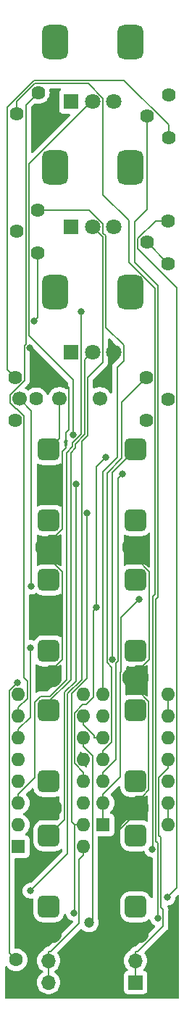
<source format=gbr>
%TF.GenerationSoftware,KiCad,Pcbnew,7.0.2*%
%TF.CreationDate,2023-06-26T14:18:18-04:00*%
%TF.ProjectId,as3340_no_mux,61733333-3430-45f6-9e6f-5f6d75782e6b,rev?*%
%TF.SameCoordinates,Original*%
%TF.FileFunction,Copper,L1,Top*%
%TF.FilePolarity,Positive*%
%FSLAX46Y46*%
G04 Gerber Fmt 4.6, Leading zero omitted, Abs format (unit mm)*
G04 Created by KiCad (PCBNEW 7.0.2) date 2023-06-26 14:18:18*
%MOMM*%
%LPD*%
G01*
G04 APERTURE LIST*
G04 Aperture macros list*
%AMRoundRect*
0 Rectangle with rounded corners*
0 $1 Rounding radius*
0 $2 $3 $4 $5 $6 $7 $8 $9 X,Y pos of 4 corners*
0 Add a 4 corners polygon primitive as box body*
4,1,4,$2,$3,$4,$5,$6,$7,$8,$9,$2,$3,0*
0 Add four circle primitives for the rounded corners*
1,1,$1+$1,$2,$3*
1,1,$1+$1,$4,$5*
1,1,$1+$1,$6,$7*
1,1,$1+$1,$8,$9*
0 Add four rect primitives between the rounded corners*
20,1,$1+$1,$2,$3,$4,$5,0*
20,1,$1+$1,$4,$5,$6,$7,0*
20,1,$1+$1,$6,$7,$8,$9,0*
20,1,$1+$1,$8,$9,$2,$3,0*%
G04 Aperture macros list end*
%TA.AperFunction,ComponentPad*%
%ADD10O,3.100000X2.300000*%
%TD*%
%TA.AperFunction,ComponentPad*%
%ADD11RoundRect,0.650000X-0.650000X-0.650000X0.650000X-0.650000X0.650000X0.650000X-0.650000X0.650000X0*%
%TD*%
%TA.AperFunction,ComponentPad*%
%ADD12C,1.600000*%
%TD*%
%TA.AperFunction,ComponentPad*%
%ADD13R,1.800000X1.800000*%
%TD*%
%TA.AperFunction,ComponentPad*%
%ADD14C,1.800000*%
%TD*%
%TA.AperFunction,ComponentPad*%
%ADD15RoundRect,0.750000X0.750000X-1.250000X0.750000X1.250000X-0.750000X1.250000X-0.750000X-1.250000X0*%
%TD*%
%TA.AperFunction,ComponentPad*%
%ADD16C,1.700000*%
%TD*%
%TA.AperFunction,ComponentPad*%
%ADD17C,1.620000*%
%TD*%
%TA.AperFunction,ComponentPad*%
%ADD18R,1.600000X1.600000*%
%TD*%
%TA.AperFunction,ComponentPad*%
%ADD19O,1.600000X1.600000*%
%TD*%
%TA.AperFunction,ComponentPad*%
%ADD20R,1.700000X1.700000*%
%TD*%
%TA.AperFunction,ComponentPad*%
%ADD21O,1.700000X1.700000*%
%TD*%
%TA.AperFunction,ComponentPad*%
%ADD22C,1.200000*%
%TD*%
%TA.AperFunction,ViaPad*%
%ADD23C,0.800000*%
%TD*%
%TA.AperFunction,Conductor*%
%ADD24C,0.200000*%
%TD*%
G04 APERTURE END LIST*
D10*
%TO.P,J15,S*%
%TO.N,GND*%
X193040000Y-126290000D03*
D11*
%TO.P,J15,T*%
%TO.N,Net-(J15-PadR)*%
X193040000Y-114890000D03*
%TO.P,J15,TN*%
%TO.N,N/C*%
X193040000Y-123190000D03*
%TD*%
D10*
%TO.P,J1,S*%
%TO.N,GND*%
X182880000Y-95810000D03*
D11*
%TO.P,J1,T*%
%TO.N,Net-(SW1-B)*%
X182880000Y-84410000D03*
%TO.P,J1,TN*%
%TO.N,N/C*%
X182880000Y-92710000D03*
%TD*%
D10*
%TO.P,J5,S*%
%TO.N,GND*%
X182880000Y-126290000D03*
D11*
%TO.P,J5,T*%
%TO.N,Net-(J5-PadR)*%
X182880000Y-114890000D03*
%TO.P,J5,TN*%
%TO.N,N/C*%
X182880000Y-123190000D03*
%TD*%
D12*
%TO.P,D1,1,K*%
%TO.N,GND*%
X179070000Y-146538000D03*
%TO.P,D1,2,A*%
%TO.N,Net-(D1-A)*%
X179070000Y-144038000D03*
%TD*%
D10*
%TO.P,J2,S*%
%TO.N,GND*%
X182880000Y-140940000D03*
D11*
%TO.P,J2,T*%
%TO.N,Net-(J2-PadR)*%
X182880000Y-129540000D03*
%TO.P,J2,TN*%
%TO.N,N/C*%
X182880000Y-137840000D03*
%TD*%
D10*
%TO.P,J12,S*%
%TO.N,GND*%
X193040000Y-95810000D03*
D11*
%TO.P,J12,T*%
%TO.N,Net-(J12-PadR)*%
X193040000Y-84410000D03*
%TO.P,J12,TN*%
%TO.N,N/C*%
X193040000Y-92710000D03*
%TD*%
D13*
%TO.P,THONKY_FINE_CV1,1,1*%
%TO.N,Net-(R16-Pad1)*%
X185500000Y-58420000D03*
D14*
%TO.P,THONKY_FINE_CV1,2,2*%
%TO.N,Net-(R19-Pad1)*%
X188000000Y-58420000D03*
%TO.P,THONKY_FINE_CV1,3,3*%
%TO.N,Net-(R6-Pad2)*%
X190500000Y-58420000D03*
D15*
%TO.P,THONKY_FINE_CV1,MP*%
%TO.N,N/C*%
X183600000Y-51420000D03*
X192400000Y-51420000D03*
%TD*%
D16*
%TO.P,SW1,1,A*%
%TO.N,Net-(SW1-A)*%
X179450000Y-78486000D03*
%TO.P,SW1,2,B*%
%TO.N,Net-(SW1-B)*%
X184150000Y-78486000D03*
%TO.P,SW1,3,C*%
%TO.N,Net-(SW1-C)*%
X188850000Y-78486000D03*
%TD*%
D10*
%TO.P,J13,S*%
%TO.N,GND*%
X193040000Y-111050000D03*
D11*
%TO.P,J13,T*%
%TO.N,Net-(J13-PadR)*%
X193040000Y-99650000D03*
%TO.P,J13,TN*%
%TO.N,N/C*%
X193040000Y-107950000D03*
%TD*%
D10*
%TO.P,J4,S*%
%TO.N,GND*%
X182880000Y-111050000D03*
D11*
%TO.P,J4,T*%
%TO.N,Net-(C1-Pad2)*%
X182880000Y-99650000D03*
%TO.P,J4,TN*%
%TO.N,N/C*%
X182880000Y-107950000D03*
%TD*%
D13*
%TO.P,THONKY_COURSE_CV1,1,1*%
%TO.N,Net-(R8-Pad1)*%
X185500000Y-43775000D03*
D14*
%TO.P,THONKY_COURSE_CV1,2,2*%
%TO.N,Net-(R20-Pad1)*%
X188000000Y-43775000D03*
%TO.P,THONKY_COURSE_CV1,3,3*%
%TO.N,Net-(R2-Pad2)*%
X190500000Y-43775000D03*
D15*
%TO.P,THONKY_COURSE_CV1,MP*%
%TO.N,N/C*%
X183600000Y-36775000D03*
X192400000Y-36775000D03*
%TD*%
D13*
%TO.P,THONKY_PWM1,1,1*%
%TO.N,Net-(R5-Pad1)*%
X185505000Y-73040000D03*
D14*
%TO.P,THONKY_PWM1,2,2*%
%TO.N,Net-(J5-PadR)*%
X188005000Y-73040000D03*
%TO.P,THONKY_PWM1,3,3*%
%TO.N,GND*%
X190505000Y-73040000D03*
D15*
%TO.P,THONKY_PWM1,MP*%
%TO.N,N/C*%
X183605000Y-66040000D03*
X192405000Y-66040000D03*
%TD*%
D10*
%TO.P,J14,S*%
%TO.N,GND*%
X193040000Y-140940000D03*
D11*
%TO.P,J14,T*%
%TO.N,Net-(J14-PadR)*%
X193040000Y-129540000D03*
%TO.P,J14,TN*%
%TO.N,N/C*%
X193040000Y-137840000D03*
%TD*%
D17*
%TO.P,NOT_THOONKY_SineBiasTrim1,1,1*%
%TO.N,-15V*%
X178943000Y-80986000D03*
%TO.P,NOT_THOONKY_SineBiasTrim1,2,2*%
%TO.N,Net-(NOT_THOONKY_SineBiasTrim1-Pad2)*%
X181443000Y-78486000D03*
%TO.P,NOT_THOONKY_SineBiasTrim1,3,3*%
%TO.N,+15V*%
X178943000Y-75986000D03*
%TD*%
%TO.P,NOT_THONKY_HF_TRACK1,1,1*%
%TO.N,Net-(U2-VHFT)*%
X181665000Y-42712000D03*
%TO.P,NOT_THONKY_HF_TRACK1,2,2*%
%TO.N,Net-(NOT_THONKY_HF_TRACK1-Pad2)*%
X179165000Y-45212000D03*
%TO.P,NOT_THONKY_HF_TRACK1,3,3*%
%TO.N,GND*%
X181665000Y-47712000D03*
%TD*%
D18*
%TO.P,U4,1*%
%TO.N,Net-(U4A--)*%
X189230000Y-128270000D03*
D19*
%TO.P,U4,2,-*%
X189230000Y-125730000D03*
%TO.P,U4,3,+*%
%TO.N,Net-(U4A-+)*%
X189230000Y-123190000D03*
%TO.P,U4,4,V+*%
%TO.N,+15V*%
X189230000Y-120650000D03*
%TO.P,U4,5,+*%
%TO.N,Net-(U2-VTO)*%
X189230000Y-118110000D03*
%TO.P,U4,6,-*%
%TO.N,Net-(U4B--)*%
X189230000Y-115570000D03*
%TO.P,U4,7*%
%TO.N,Net-(NOT_THONKY_SineShapeTrim1-Pad1)*%
X189230000Y-113030000D03*
%TO.P,U4,8*%
%TO.N,Net-(U4C--)*%
X196850000Y-113030000D03*
%TO.P,U4,9,-*%
X196850000Y-115570000D03*
%TO.P,U4,10,+*%
%TO.N,Net-(D1-A)*%
X196850000Y-118110000D03*
%TO.P,U4,11,V-*%
%TO.N,-15V*%
X196850000Y-120650000D03*
%TO.P,U4,12,+*%
%TO.N,Net-(U2-VSO)*%
X196850000Y-123190000D03*
%TO.P,U4,13,-*%
%TO.N,Net-(U4D--)*%
X196850000Y-125730000D03*
%TO.P,U4,14*%
X196850000Y-128270000D03*
%TD*%
D17*
%TO.P,NOT_THINK_SineLevelTrim1,1,1*%
%TO.N,Net-(NOT_THINK_SineLevelTrim1-Pad1)*%
X194310000Y-81026000D03*
%TO.P,NOT_THINK_SineLevelTrim1,2,2*%
X196810000Y-78526000D03*
%TO.P,NOT_THINK_SineLevelTrim1,3,3*%
%TO.N,+15V*%
X194310000Y-76026000D03*
%TD*%
%TO.P,NOT_THONKY_SineShapeTrim1,1,1*%
%TO.N,Net-(NOT_THONKY_SineShapeTrim1-Pad1)*%
X181610000Y-56428000D03*
%TO.P,NOT_THONKY_SineShapeTrim1,2,2*%
%TO.N,Net-(NOT_THONKY_SineShapeTrim1-Pad2)*%
X179110000Y-58928000D03*
%TO.P,NOT_THONKY_SineShapeTrim1,3,3*%
X181610000Y-61428000D03*
%TD*%
D20*
%TO.P,J11,1,Pin_1*%
%TO.N,-15V*%
X193035000Y-146685000D03*
D21*
%TO.P,J11,2,Pin_2*%
X193035000Y-144145000D03*
%TO.P,J11,3,Pin_3*%
%TO.N,GND*%
X190495000Y-146685000D03*
%TO.P,J11,4,Pin_4*%
X190495000Y-144145000D03*
%TO.P,J11,5,Pin_5*%
X187955000Y-146685000D03*
%TO.P,J11,6,Pin_6*%
X187955000Y-144145000D03*
%TO.P,J11,7,Pin_7*%
X185415000Y-146685000D03*
%TO.P,J11,8,Pin_8*%
X185415000Y-144145000D03*
%TO.P,J11,9,Pin_9*%
%TO.N,+15V*%
X182875000Y-146685000D03*
%TO.P,J11,10,Pin_10*%
X182875000Y-144145000D03*
%TD*%
D18*
%TO.P,U2,1,SCALE1*%
%TO.N,Net-(U2-SCALE1)*%
X179324000Y-130810000D03*
D19*
%TO.P,U2,2,SCALE2*%
%TO.N,Net-(U2-SCALE2)*%
X179324000Y-128270000D03*
%TO.P,U2,3,VEE*%
%TO.N,Net-(U2-VEE)*%
X179324000Y-125730000D03*
%TO.P,U2,4,VP*%
%TO.N,Net-(U2-VP)*%
X179324000Y-123190000D03*
%TO.P,U2,5,VPWM*%
%TO.N,Net-(U2-VPWM)*%
X179324000Y-120650000D03*
%TO.P,U2,6,VHSI*%
%TO.N,Net-(U2-VHSI)*%
X179324000Y-118110000D03*
%TO.P,U2,7,VHFT*%
%TO.N,Net-(U2-VHFT)*%
X179324000Y-115570000D03*
%TO.P,U2,8,VSO*%
%TO.N,Net-(U2-VSO)*%
X179324000Y-113030000D03*
%TO.P,U2,9,VSSI*%
%TO.N,Net-(U2-VSSI)*%
X186944000Y-113030000D03*
%TO.P,U2,10,VTO*%
%TO.N,Net-(U2-VTO)*%
X186944000Y-115570000D03*
%TO.P,U2,11,CAP*%
%TO.N,Net-(U2-CAP)*%
X186944000Y-118110000D03*
%TO.P,U2,12,GND*%
%TO.N,GND*%
X186944000Y-120650000D03*
%TO.P,U2,13,VLFI*%
%TO.N,Net-(U2-VLFI)*%
X186944000Y-123190000D03*
%TO.P,U2,14,VS*%
%TO.N,Net-(U2-VS)*%
X186944000Y-125730000D03*
%TO.P,U2,15,VFCI*%
%TO.N,Net-(U2-VFCI)*%
X186944000Y-128270000D03*
%TO.P,U2,16,VCC*%
%TO.N,+15V*%
X186944000Y-130810000D03*
%TD*%
D17*
%TO.P,NOT+THINKY_CV1,1,1*%
%TO.N,Net-(NOT+THINKY_CV1-Pad1)*%
X196905000Y-42966000D03*
%TO.P,NOT+THINKY_CV1,2,2*%
X194405000Y-45466000D03*
%TO.P,NOT+THINKY_CV1,3,3*%
%TO.N,+15V*%
X196905000Y-47966000D03*
%TD*%
%TO.P,NOT_THINKY_TEMKO1,1,1*%
%TO.N,Net-(NOT_THINKY_TEMKO1-Pad1)*%
X196850000Y-57698000D03*
%TO.P,NOT_THINKY_TEMKO1,2,2*%
%TO.N,Net-(U2-VEE)*%
X194350000Y-60198000D03*
%TO.P,NOT_THINKY_TEMKO1,3,3*%
X196850000Y-62698000D03*
%TD*%
D22*
%TO.P,PolyStirene!C11,1*%
%TO.N,GND*%
X189611000Y-139700000D03*
%TO.P,PolyStirene!C11,2*%
%TO.N,Net-(U2-CAP)*%
X187611000Y-139700000D03*
%TD*%
D23*
%TO.N,Net-(R20-Pad1)*%
X185727800Y-82709100D03*
%TO.N,Net-(R19-Pad1)*%
X180743400Y-135976800D03*
%TO.N,Net-(NOT_THONKY_SineShapeTrim1-Pad2)*%
X181199200Y-69392400D03*
%TO.N,Net-(NOT_THONKY_HF_TRACK1-Pad2)*%
X194969900Y-131148000D03*
%TO.N,Net-(U4A--)*%
X193435300Y-101948700D03*
%TO.N,Net-(NOT_THINKY_TEMKO1-Pad1)*%
X196786600Y-136756700D03*
%TO.N,Net-(NOT+THINKY_CV1-Pad1)*%
X195619300Y-139161600D03*
%TO.N,Net-(U2-VEE)*%
X186696900Y-68343900D03*
%TO.N,Net-(SW1-A)*%
X180866600Y-100424800D03*
%TO.N,Net-(U2-VFCI)*%
X185797200Y-138551700D03*
X187378500Y-91835600D03*
%TO.N,Net-(U2-VLFI)*%
X188468800Y-102891500D03*
X189514300Y-85355100D03*
%TO.N,Net-(U4A-+)*%
X191530100Y-87262100D03*
%TO.N,Net-(J12-PadR)*%
X190337700Y-108931200D03*
%TO.N,Net-(J2-PadR)*%
X186091300Y-88421500D03*
%TO.N,Net-(D1-A)*%
X179199500Y-111701400D03*
%TO.N,Net-(U2-VHSI)*%
X180713700Y-107554500D03*
%TO.N,GND*%
X180659400Y-72568100D03*
%TD*%
D24*
%TO.N,Net-(U2-VTO)*%
X188202700Y-117856000D02*
X188202700Y-118110000D01*
X186944000Y-116597300D02*
X188202700Y-117856000D01*
X186944000Y-115570000D02*
X186944000Y-116597300D01*
X189230000Y-118110000D02*
X188202700Y-118110000D01*
%TO.N,Net-(R20-Pad1)*%
X185727800Y-76301600D02*
X185727800Y-82709100D01*
X180540700Y-71114500D02*
X185727800Y-76301600D01*
X180540700Y-51077100D02*
X180540700Y-71114500D01*
X187842800Y-43775000D02*
X180540700Y-51077100D01*
X188000000Y-43775000D02*
X187842800Y-43775000D01*
%TO.N,Net-(R19-Pad1)*%
X189201000Y-59621000D02*
X188000000Y-58420000D01*
X189201000Y-74237200D02*
X189201000Y-59621000D01*
X187457900Y-75980300D02*
X189201000Y-74237200D01*
X187457900Y-82791900D02*
X187457900Y-75980300D01*
X186746800Y-83503000D02*
X187457900Y-82791900D01*
X186746800Y-111290000D02*
X186746800Y-83503000D01*
X185080000Y-112956800D02*
X186746800Y-111290000D01*
X185080000Y-131640200D02*
X185080000Y-112956800D01*
X180743400Y-135976800D02*
X185080000Y-131640200D01*
%TO.N,Net-(NOT_THONKY_SineShapeTrim1-Pad2)*%
X181610000Y-68981600D02*
X181199200Y-69392400D01*
X181610000Y-61428000D02*
X181610000Y-68981600D01*
%TO.N,Net-(NOT_THONKY_SineShapeTrim1-Pad1)*%
X187603900Y-56428000D02*
X181610000Y-56428000D01*
X189250000Y-58074100D02*
X187603900Y-56428000D01*
X189250000Y-59149400D02*
X189250000Y-58074100D01*
X189541400Y-59440800D02*
X189250000Y-59149400D01*
X189541400Y-70142800D02*
X189541400Y-59440800D01*
X191640100Y-72241500D02*
X189541400Y-70142800D01*
X191640100Y-74071000D02*
X191640100Y-72241500D01*
X190880300Y-74830800D02*
X191640100Y-74071000D01*
X190880300Y-85342900D02*
X190880300Y-74830800D01*
X189230000Y-86993200D02*
X190880300Y-85342900D01*
X189230000Y-113030000D02*
X189230000Y-86993200D01*
%TO.N,Net-(NOT_THONKY_HF_TRACK1-Pad2)*%
X179165000Y-43736500D02*
X179165000Y-45212000D01*
X181258100Y-41643400D02*
X179165000Y-43736500D01*
X187509300Y-41643400D02*
X181258100Y-41643400D01*
X189250000Y-43384100D02*
X187509300Y-41643400D01*
X189250000Y-54650300D02*
X189250000Y-43384100D01*
X192282200Y-57682500D02*
X189250000Y-54650300D01*
X192282200Y-62535600D02*
X192282200Y-57682500D01*
X195347300Y-65600700D02*
X192282200Y-62535600D01*
X195347300Y-101310400D02*
X195347300Y-65600700D01*
X195072900Y-101584800D02*
X195347300Y-101310400D01*
X195072900Y-131045000D02*
X195072900Y-101584800D01*
X194969900Y-131148000D02*
X195072900Y-131045000D01*
%TO.N,Net-(U2-VHFT)*%
X179324000Y-115570000D02*
X179324000Y-114542700D01*
X180386300Y-113480400D02*
X179324000Y-114542700D01*
X180386300Y-111487100D02*
X180386300Y-113480400D01*
X179985800Y-111086600D02*
X180386300Y-111487100D01*
X179985800Y-80533800D02*
X179985800Y-111086600D01*
X179133900Y-79681900D02*
X179985800Y-80533800D01*
X179038600Y-79681900D02*
X179133900Y-79681900D01*
X178340000Y-78983300D02*
X179038600Y-79681900D01*
X178340000Y-78056200D02*
X178340000Y-78983300D01*
X180032100Y-76364100D02*
X178340000Y-78056200D01*
X180032100Y-72308400D02*
X180032100Y-76364100D01*
X180202400Y-72138100D02*
X180032100Y-72308400D01*
X180202400Y-44174600D02*
X180202400Y-72138100D01*
X181665000Y-42712000D02*
X180202400Y-44174600D01*
%TO.N,Net-(U4A--)*%
X189230000Y-128270000D02*
X189230000Y-125730000D01*
X191342200Y-104041800D02*
X193435300Y-101948700D01*
X191342200Y-110400000D02*
X191342200Y-104041800D01*
X191240400Y-110501800D02*
X191342200Y-110400000D01*
X191240400Y-122692300D02*
X191240400Y-110501800D01*
X189230000Y-124702700D02*
X191240400Y-122692300D01*
X189230000Y-125730000D02*
X189230000Y-124702700D01*
%TO.N,Net-(U4D--)*%
X196850000Y-128270000D02*
X196850000Y-125730000D01*
%TO.N,Net-(U4C--)*%
X196850000Y-115570000D02*
X196850000Y-113030000D01*
%TO.N,Net-(NOT_THINKY_TEMKO1-Pad1)*%
X197882600Y-135660700D02*
X196786600Y-136756700D01*
X197882600Y-65489500D02*
X197882600Y-135660700D01*
X193301100Y-60908000D02*
X197882600Y-65489500D01*
X193301100Y-59779400D02*
X193301100Y-60908000D01*
X195382500Y-57698000D02*
X193301100Y-59779400D01*
X196850000Y-57698000D02*
X195382500Y-57698000D01*
%TO.N,Net-(NOT+THINKY_CV1-Pad1)*%
X194405000Y-56385800D02*
X194405000Y-45466000D01*
X192973100Y-57817700D02*
X194405000Y-56385800D01*
X192973100Y-62531100D02*
X192973100Y-57817700D01*
X195674700Y-65232700D02*
X192973100Y-62531100D01*
X195674700Y-101707500D02*
X195674700Y-65232700D01*
X195429000Y-101953200D02*
X195674700Y-101707500D01*
X195429000Y-130175900D02*
X195429000Y-101953200D01*
X195619300Y-130366200D02*
X195429000Y-130175900D01*
X195619300Y-139161600D02*
X195619300Y-130366200D01*
%TO.N,Net-(U2-VEE)*%
X194350000Y-60198000D02*
X196850000Y-62698000D01*
X179324000Y-125730000D02*
X179324000Y-124702700D01*
X181266200Y-122760500D02*
X179324000Y-124702700D01*
X181266200Y-113916400D02*
X181266200Y-122760500D01*
X181915900Y-113266700D02*
X181266200Y-113916400D01*
X183011100Y-113266700D02*
X181915900Y-113266700D01*
X184984700Y-111293100D02*
X183011100Y-113266700D01*
X184984700Y-84802100D02*
X184984700Y-111293100D01*
X185690600Y-84096200D02*
X184984700Y-84802100D01*
X185690600Y-83633600D02*
X185690600Y-84096200D01*
X186696900Y-82627300D02*
X185690600Y-83633600D01*
X186696900Y-68343900D02*
X186696900Y-82627300D01*
%TO.N,Net-(J5-PadR)*%
X182880000Y-113871400D02*
X182880000Y-114890000D01*
X185464000Y-111287400D02*
X182880000Y-113871400D01*
X185464000Y-84785800D02*
X185464000Y-111287400D01*
X186018000Y-84231800D02*
X185464000Y-84785800D01*
X186018000Y-83769000D02*
X186018000Y-84231800D01*
X187130500Y-82656500D02*
X186018000Y-83769000D01*
X187130500Y-73914500D02*
X187130500Y-82656500D01*
X188005000Y-73040000D02*
X187130500Y-73914500D01*
%TO.N,Net-(SW1-B)*%
X184150000Y-83140000D02*
X182880000Y-84410000D01*
X184150000Y-78486000D02*
X184150000Y-83140000D01*
%TO.N,Net-(SW1-A)*%
X180866600Y-79902600D02*
X180866600Y-100424800D01*
X179450000Y-78486000D02*
X180866600Y-79902600D01*
%TO.N,Net-(U2-VFCI)*%
X186944000Y-128270000D02*
X185916700Y-128270000D01*
X185916700Y-138432200D02*
X185916700Y-128270000D01*
X185797200Y-138551700D02*
X185916700Y-138432200D01*
X187378500Y-111121300D02*
X187378500Y-91835600D01*
X185546200Y-112953600D02*
X187378500Y-111121300D01*
X185546200Y-127899500D02*
X185546200Y-112953600D01*
X185916700Y-128270000D02*
X185546200Y-127899500D01*
%TO.N,Net-(U2-VLFI)*%
X186944000Y-123190000D02*
X186944000Y-122162700D01*
X188092300Y-103268000D02*
X188468800Y-102891500D01*
X188092300Y-113338000D02*
X188092300Y-103268000D01*
X187245900Y-114184400D02*
X188092300Y-113338000D01*
X186863500Y-114184400D02*
X187245900Y-114184400D01*
X185873600Y-115174300D02*
X186863500Y-114184400D01*
X185873600Y-121092300D02*
X185873600Y-115174300D01*
X186944000Y-122162700D02*
X185873600Y-121092300D01*
X188468800Y-86400600D02*
X189514300Y-85355100D01*
X188468800Y-102891500D02*
X188468800Y-86400600D01*
%TO.N,Net-(U4A-+)*%
X189230000Y-123190000D02*
X189230000Y-122162700D01*
X191014800Y-87777400D02*
X191530100Y-87262100D01*
X191014800Y-109141200D02*
X191014800Y-87777400D01*
X190757200Y-109398800D02*
X191014800Y-109141200D01*
X190757200Y-120635500D02*
X190757200Y-109398800D01*
X189230000Y-122162700D02*
X190757200Y-120635500D01*
%TO.N,Net-(J12-PadR)*%
X190337700Y-87112300D02*
X193040000Y-84410000D01*
X190337700Y-108931200D02*
X190337700Y-87112300D01*
%TO.N,+15V*%
X182875000Y-144145000D02*
X182875000Y-146685000D01*
X183126200Y-143067700D02*
X182875000Y-143067700D01*
X186437500Y-139756400D02*
X183126200Y-143067700D01*
X186437500Y-132343800D02*
X186437500Y-139756400D01*
X186944000Y-131837300D02*
X186437500Y-132343800D01*
X182875000Y-144145000D02*
X182875000Y-143067700D01*
X186944000Y-131323600D02*
X186944000Y-131837300D01*
X186944000Y-131323600D02*
X186944000Y-130810000D01*
X196905000Y-46481600D02*
X196905000Y-47966000D01*
X191695700Y-41272300D02*
X196905000Y-46481600D01*
X181161900Y-41272300D02*
X191695700Y-41272300D01*
X178037400Y-44396800D02*
X181161900Y-41272300D01*
X178037400Y-75080400D02*
X178037400Y-44396800D01*
X178943000Y-75986000D02*
X178037400Y-75080400D01*
X189230000Y-120650000D02*
X189230000Y-119622700D01*
X191439400Y-78896600D02*
X194310000Y-76026000D01*
X191439400Y-85441700D02*
X191439400Y-78896600D01*
X189679800Y-87201300D02*
X191439400Y-85441700D01*
X189679800Y-109285800D02*
X189679800Y-87201300D01*
X190264700Y-109870700D02*
X189679800Y-109285800D01*
X190264700Y-118588000D02*
X190264700Y-109870700D01*
X189230000Y-119622700D02*
X190264700Y-118588000D01*
%TO.N,-15V*%
X196850000Y-120650000D02*
X196850000Y-121677300D01*
X193035000Y-146685000D02*
X193035000Y-144145000D01*
X195756400Y-122770900D02*
X196850000Y-121677300D01*
X195756400Y-129498600D02*
X195756400Y-122770900D01*
X195946700Y-129688900D02*
X195756400Y-129498600D01*
X195946700Y-137866700D02*
X195946700Y-129688900D01*
X196262900Y-138182900D02*
X195946700Y-137866700D01*
X196262900Y-140109100D02*
X196262900Y-138182900D01*
X193304300Y-143067700D02*
X196262900Y-140109100D01*
X193035000Y-143067700D02*
X193304300Y-143067700D01*
X193035000Y-144145000D02*
X193035000Y-143067700D01*
%TO.N,Net-(J2-PadR)*%
X184752600Y-127667400D02*
X182880000Y-129540000D01*
X184752600Y-112800000D02*
X184752600Y-127667400D01*
X186091300Y-111461300D02*
X184752600Y-112800000D01*
X186091300Y-88421500D02*
X186091300Y-111461300D01*
%TO.N,Net-(D1-A)*%
X178296600Y-143264600D02*
X179070000Y-144038000D01*
X178296600Y-112604300D02*
X178296600Y-143264600D01*
X179199500Y-111701400D02*
X178296600Y-112604300D01*
%TO.N,Net-(U2-CAP)*%
X187985400Y-120178700D02*
X186944000Y-119137300D01*
X187985400Y-139325600D02*
X187985400Y-120178700D01*
X187611000Y-139700000D02*
X187985400Y-139325600D01*
X186944000Y-118110000D02*
X186944000Y-119137300D01*
%TO.N,Net-(U2-VHSI)*%
X179324000Y-118110000D02*
X179324000Y-117082700D01*
X180713700Y-115693000D02*
X180713700Y-107554500D01*
X179324000Y-117082700D02*
X180713700Y-115693000D01*
%TO.N,GND*%
X187955000Y-146685000D02*
X189032300Y-146685000D01*
X190495000Y-146685000D02*
X189032300Y-146685000D01*
X187955000Y-146685000D02*
X186877700Y-146685000D01*
X185415000Y-146685000D02*
X185415000Y-144145000D01*
X185415000Y-146685000D02*
X186877700Y-146685000D01*
X192351100Y-127667300D02*
X193040000Y-127667300D01*
X189611000Y-130407400D02*
X192351100Y-127667300D01*
X189611000Y-139700000D02*
X189611000Y-130407400D01*
X193040000Y-126762300D02*
X193040000Y-127667300D01*
X193161300Y-97187300D02*
X193040000Y-97187300D01*
X194657600Y-98683600D02*
X193161300Y-97187300D01*
X194657600Y-108915900D02*
X194657600Y-98683600D01*
X193900800Y-109672700D02*
X194657600Y-108915900D01*
X193040000Y-109672700D02*
X193900800Y-109672700D01*
X193040000Y-111050000D02*
X193040000Y-109672700D01*
X193040000Y-95810000D02*
X193040000Y-97187300D01*
X182880000Y-95412700D02*
X182880000Y-94432700D01*
X182880000Y-95412700D02*
X182880000Y-95810000D01*
X183729400Y-109672700D02*
X182880000Y-109672700D01*
X184450100Y-108952000D02*
X183729400Y-109672700D01*
X184450100Y-98671300D02*
X184450100Y-108952000D01*
X182966100Y-97187300D02*
X184450100Y-98671300D01*
X182880000Y-97187300D02*
X182966100Y-97187300D01*
X182880000Y-95810000D02*
X182880000Y-97187300D01*
X182880000Y-111050000D02*
X182880000Y-109672700D01*
X183729400Y-94432700D02*
X182880000Y-94432700D01*
X184450100Y-93712000D02*
X183729400Y-94432700D01*
X184450100Y-84645500D02*
X184450100Y-93712000D01*
X184893900Y-84201700D02*
X184450100Y-84645500D01*
X184893900Y-82455100D02*
X184893900Y-84201700D01*
X185261500Y-82087500D02*
X184893900Y-82455100D01*
X185261500Y-77170200D02*
X185261500Y-82087500D01*
X180659400Y-72568100D02*
X185261500Y-77170200D01*
X193040000Y-111050000D02*
X193040000Y-112427300D01*
X193040000Y-126290000D02*
X193040000Y-126762300D01*
X193161300Y-112427300D02*
X193040000Y-112427300D01*
X194585600Y-113851600D02*
X193161300Y-112427300D01*
X194585600Y-124227900D02*
X194585600Y-113851600D01*
X193900800Y-124912700D02*
X194585600Y-124227900D01*
X193040000Y-124912700D02*
X193900800Y-124912700D01*
X193040000Y-126290000D02*
X193040000Y-124912700D01*
%TD*%
%TA.AperFunction,Conductor*%
%TO.N,GND*%
G36*
X191150834Y-123744928D02*
G01*
X191206767Y-123786800D01*
X191231184Y-123852264D01*
X191231500Y-123861109D01*
X191231500Y-123911502D01*
X191231647Y-123913624D01*
X191231648Y-123913644D01*
X191237693Y-124000739D01*
X191286849Y-124209737D01*
X191286850Y-124209739D01*
X191373573Y-124406146D01*
X191494908Y-124583275D01*
X191646725Y-124735092D01*
X191823854Y-124856427D01*
X192020261Y-124943150D01*
X192229260Y-124992306D01*
X192318498Y-124998500D01*
X192320638Y-124998500D01*
X193759362Y-124998500D01*
X193761502Y-124998500D01*
X193850740Y-124992306D01*
X194059739Y-124943150D01*
X194256146Y-124856427D01*
X194270326Y-124846713D01*
X194336753Y-124825068D01*
X194404342Y-124842772D01*
X194451630Y-124894207D01*
X194464400Y-124949014D01*
X194464400Y-127780985D01*
X194444715Y-127848024D01*
X194391911Y-127893779D01*
X194322753Y-127903723D01*
X194270327Y-127883287D01*
X194256146Y-127873573D01*
X194256142Y-127873571D01*
X194059737Y-127786849D01*
X193850739Y-127737693D01*
X193763644Y-127731648D01*
X193763624Y-127731647D01*
X193761502Y-127731500D01*
X192318498Y-127731500D01*
X192316376Y-127731647D01*
X192316355Y-127731648D01*
X192229260Y-127737693D01*
X192020262Y-127786849D01*
X191823853Y-127873573D01*
X191646724Y-127994908D01*
X191494908Y-128146724D01*
X191373573Y-128323853D01*
X191286849Y-128520262D01*
X191237693Y-128729260D01*
X191231648Y-128816355D01*
X191231647Y-128816376D01*
X191231500Y-128818498D01*
X191231500Y-130261502D01*
X191231647Y-130263624D01*
X191231648Y-130263644D01*
X191237693Y-130350739D01*
X191286849Y-130559737D01*
X191286850Y-130559739D01*
X191373573Y-130756146D01*
X191494908Y-130933275D01*
X191646725Y-131085092D01*
X191823854Y-131206427D01*
X192020261Y-131293150D01*
X192229260Y-131342306D01*
X192318498Y-131348500D01*
X192320638Y-131348500D01*
X193759362Y-131348500D01*
X193761502Y-131348500D01*
X193850740Y-131342306D01*
X193950597Y-131318820D01*
X194020362Y-131322633D01*
X194076992Y-131363558D01*
X194096918Y-131401207D01*
X194135373Y-131519557D01*
X194230857Y-131684941D01*
X194230860Y-131684944D01*
X194358647Y-131826866D01*
X194513148Y-131939117D01*
X194513148Y-131939118D01*
X194687614Y-132016795D01*
X194874411Y-132056500D01*
X194874413Y-132056500D01*
X194886800Y-132056500D01*
X194953839Y-132076185D01*
X194999594Y-132128989D01*
X195010800Y-132180500D01*
X195010800Y-136725367D01*
X194991115Y-136792406D01*
X194938311Y-136838161D01*
X194869153Y-136848105D01*
X194805597Y-136819080D01*
X194773366Y-136775454D01*
X194725459Y-136666958D01*
X194706427Y-136623854D01*
X194585092Y-136446725D01*
X194433275Y-136294908D01*
X194256146Y-136173573D01*
X194132945Y-136119174D01*
X194059737Y-136086849D01*
X193850739Y-136037693D01*
X193763644Y-136031648D01*
X193763624Y-136031647D01*
X193761502Y-136031500D01*
X192318498Y-136031500D01*
X192316376Y-136031647D01*
X192316355Y-136031648D01*
X192229260Y-136037693D01*
X192020262Y-136086849D01*
X191823853Y-136173573D01*
X191646724Y-136294908D01*
X191494908Y-136446724D01*
X191373573Y-136623853D01*
X191286849Y-136820262D01*
X191237693Y-137029260D01*
X191231648Y-137116355D01*
X191231647Y-137116376D01*
X191231500Y-137118498D01*
X191231500Y-138561502D01*
X191231647Y-138563624D01*
X191231648Y-138563644D01*
X191237693Y-138650739D01*
X191286849Y-138859737D01*
X191286850Y-138859739D01*
X191373573Y-139056146D01*
X191494908Y-139233275D01*
X191646725Y-139385092D01*
X191823854Y-139506427D01*
X192020261Y-139593150D01*
X192229260Y-139642306D01*
X192318498Y-139648500D01*
X192320638Y-139648500D01*
X193759362Y-139648500D01*
X193761502Y-139648500D01*
X193850740Y-139642306D01*
X194059739Y-139593150D01*
X194256146Y-139506427D01*
X194433275Y-139385092D01*
X194519182Y-139299184D01*
X194580501Y-139265702D01*
X194650193Y-139270686D01*
X194706127Y-139312557D01*
X194724791Y-139348550D01*
X194725757Y-139351525D01*
X194725758Y-139351528D01*
X194736664Y-139385092D01*
X194784772Y-139533156D01*
X194880257Y-139698541D01*
X194880260Y-139698544D01*
X195008047Y-139840466D01*
X195162548Y-139952718D01*
X195271857Y-140001385D01*
X195325094Y-140046635D01*
X195345416Y-140113484D01*
X195326371Y-140180708D01*
X195309103Y-140202346D01*
X193090676Y-142420773D01*
X193029353Y-142454258D01*
X193019184Y-142456031D01*
X193011828Y-142456999D01*
X192995115Y-142459200D01*
X192899943Y-142471729D01*
X192876149Y-142474862D01*
X192728127Y-142536174D01*
X192601010Y-142633715D01*
X192503475Y-142760823D01*
X192452433Y-142884050D01*
X192408591Y-142938454D01*
X192396891Y-142945651D01*
X192289424Y-143003810D01*
X192111760Y-143142094D01*
X191959279Y-143307730D01*
X191836138Y-143496211D01*
X191745705Y-143702381D01*
X191745704Y-143702384D01*
X191690436Y-143920632D01*
X191690435Y-143920636D01*
X191671843Y-144144999D01*
X191690435Y-144369363D01*
X191745705Y-144587618D01*
X191836138Y-144793788D01*
X191959281Y-144982273D01*
X192104489Y-145140009D01*
X192135412Y-145202663D01*
X192127552Y-145272089D01*
X192083405Y-145326245D01*
X192056595Y-145340173D01*
X191938795Y-145384111D01*
X191821738Y-145471738D01*
X191734110Y-145588796D01*
X191683011Y-145725794D01*
X191676853Y-145783075D01*
X191676500Y-145786362D01*
X191676500Y-147583638D01*
X191676852Y-147586918D01*
X191676853Y-147586924D01*
X191683011Y-147644205D01*
X191734110Y-147781203D01*
X191821738Y-147898261D01*
X191938796Y-147985889D01*
X192075794Y-148036988D01*
X192075797Y-148036988D01*
X192075799Y-148036989D01*
X192136362Y-148043500D01*
X192139672Y-148043500D01*
X193930328Y-148043500D01*
X193933638Y-148043500D01*
X193994201Y-148036989D01*
X193994203Y-148036988D01*
X193994205Y-148036988D01*
X194076097Y-148006443D01*
X194131204Y-147985889D01*
X194248261Y-147898261D01*
X194335889Y-147781204D01*
X194386989Y-147644201D01*
X194393500Y-147583638D01*
X194393500Y-145786362D01*
X194386989Y-145725799D01*
X194386988Y-145725797D01*
X194386988Y-145725794D01*
X194335889Y-145588796D01*
X194248261Y-145471738D01*
X194131203Y-145384110D01*
X194013405Y-145340173D01*
X193957471Y-145298302D01*
X193933055Y-145232837D01*
X193947907Y-145164564D01*
X193965507Y-145140011D01*
X194110722Y-144982268D01*
X194233860Y-144793791D01*
X194324296Y-144587616D01*
X194379564Y-144369368D01*
X194398156Y-144145000D01*
X194379564Y-143920632D01*
X194324296Y-143702384D01*
X194233860Y-143496209D01*
X194110722Y-143307732D01*
X194102195Y-143298469D01*
X194071272Y-143235815D01*
X194079132Y-143166388D01*
X194105740Y-143126807D01*
X196659232Y-140573315D01*
X196671410Y-140562635D01*
X196696887Y-140543087D01*
X196708871Y-140527468D01*
X196708874Y-140527466D01*
X196794424Y-140415976D01*
X196847464Y-140287924D01*
X196855738Y-140267949D01*
X196871400Y-140148985D01*
X196871400Y-140148977D01*
X196876650Y-140109100D01*
X196872458Y-140077262D01*
X196871400Y-140061110D01*
X196871400Y-138230888D01*
X196872458Y-138214735D01*
X196876650Y-138182900D01*
X196871400Y-138143022D01*
X196871400Y-138143015D01*
X196855738Y-138024050D01*
X196794424Y-137876025D01*
X196785723Y-137864686D01*
X196760529Y-137799519D01*
X196774566Y-137731074D01*
X196823380Y-137681084D01*
X196869570Y-137669000D01*
X196869339Y-137667910D01*
X197068885Y-137625495D01*
X197068886Y-137625494D01*
X197068888Y-137625494D01*
X197243352Y-137547818D01*
X197397853Y-137435566D01*
X197525640Y-137293644D01*
X197621127Y-137128256D01*
X197680142Y-136946628D01*
X197700104Y-136756700D01*
X197700103Y-136756697D01*
X197701466Y-136743737D01*
X197705537Y-136744164D01*
X197713805Y-136698897D01*
X197736886Y-136666961D01*
X197907820Y-136496028D01*
X197969142Y-136462544D01*
X198038834Y-136467528D01*
X198094767Y-136509400D01*
X198119184Y-136574864D01*
X198119500Y-136583710D01*
X198119500Y-148465500D01*
X198099815Y-148532539D01*
X198047011Y-148578294D01*
X197995500Y-148589500D01*
X177924500Y-148589500D01*
X177857461Y-148569815D01*
X177811706Y-148517011D01*
X177800500Y-148465500D01*
X177800500Y-144899543D01*
X177820185Y-144832504D01*
X177872989Y-144786749D01*
X177942147Y-144776805D01*
X178005703Y-144805830D01*
X178026070Y-144828414D01*
X178063802Y-144882300D01*
X178225700Y-145044198D01*
X178413251Y-145175523D01*
X178620757Y-145272284D01*
X178841913Y-145331543D01*
X178993970Y-145344846D01*
X179069999Y-145351498D01*
X179069999Y-145351497D01*
X179070000Y-145351498D01*
X179298087Y-145331543D01*
X179519243Y-145272284D01*
X179726749Y-145175523D01*
X179914300Y-145044198D01*
X180076198Y-144882300D01*
X180207523Y-144694749D01*
X180304284Y-144487243D01*
X180363543Y-144266087D01*
X180383498Y-144038000D01*
X180363543Y-143809913D01*
X180304284Y-143588757D01*
X180207523Y-143381251D01*
X180076198Y-143193700D01*
X179914300Y-143031802D01*
X179726749Y-142900477D01*
X179726746Y-142900476D01*
X179726744Y-142900474D01*
X179519246Y-142803717D01*
X179519243Y-142803716D01*
X179359169Y-142760824D01*
X179298084Y-142744456D01*
X179069999Y-142724501D01*
X179039906Y-142727134D01*
X178971407Y-142713367D01*
X178921224Y-142664751D01*
X178905100Y-142603606D01*
X178905100Y-132242500D01*
X178924785Y-132175461D01*
X178977589Y-132129706D01*
X179029100Y-132118500D01*
X180169328Y-132118500D01*
X180172638Y-132118500D01*
X180233201Y-132111989D01*
X180233203Y-132111988D01*
X180233205Y-132111988D01*
X180329194Y-132076185D01*
X180370204Y-132060889D01*
X180487261Y-131973261D01*
X180574889Y-131856204D01*
X180625989Y-131719201D01*
X180632500Y-131658638D01*
X180632500Y-129961362D01*
X180625989Y-129900799D01*
X180625988Y-129900797D01*
X180625988Y-129900794D01*
X180574889Y-129763796D01*
X180487261Y-129646738D01*
X180370203Y-129559110D01*
X180233201Y-129508010D01*
X180218498Y-129506429D01*
X180153948Y-129479690D01*
X180114101Y-129422297D01*
X180111608Y-129352471D01*
X180147262Y-129292383D01*
X180160628Y-129281569D01*
X180168300Y-129276198D01*
X180330198Y-129114300D01*
X180461523Y-128926749D01*
X180558284Y-128719243D01*
X180617543Y-128498087D01*
X180637498Y-128270000D01*
X180617543Y-128041913D01*
X180558284Y-127820757D01*
X180461523Y-127613251D01*
X180330198Y-127425700D01*
X180168300Y-127263802D01*
X179980749Y-127132477D01*
X179937655Y-127112382D01*
X179885215Y-127066210D01*
X179866063Y-126999017D01*
X179886278Y-126932136D01*
X179937655Y-126887618D01*
X179940882Y-126886112D01*
X179980749Y-126867523D01*
X180168300Y-126736198D01*
X180330198Y-126574300D01*
X180461523Y-126386749D01*
X180558284Y-126179243D01*
X180617543Y-125958087D01*
X180637498Y-125730000D01*
X180617543Y-125501913D01*
X180558284Y-125280757D01*
X180461523Y-125073251D01*
X180330198Y-124885700D01*
X180253553Y-124809055D01*
X180220069Y-124747733D01*
X180225053Y-124678041D01*
X180253554Y-124633694D01*
X180559725Y-124327523D01*
X180883872Y-124003376D01*
X180945194Y-123969892D01*
X181014886Y-123974876D01*
X181070819Y-124016748D01*
X181092258Y-124062668D01*
X181126848Y-124209737D01*
X181178857Y-124327523D01*
X181213573Y-124406146D01*
X181334908Y-124583275D01*
X181486725Y-124735092D01*
X181663854Y-124856427D01*
X181860261Y-124943150D01*
X182069260Y-124992306D01*
X182158498Y-124998500D01*
X182160638Y-124998500D01*
X183599362Y-124998500D01*
X183601502Y-124998500D01*
X183690740Y-124992306D01*
X183899739Y-124943150D01*
X183970015Y-124912119D01*
X184039290Y-124903048D01*
X184102476Y-124932870D01*
X184139507Y-124992119D01*
X184144100Y-125025554D01*
X184144100Y-127363988D01*
X184124415Y-127431027D01*
X184107781Y-127451669D01*
X183845647Y-127713802D01*
X183784324Y-127747287D01*
X183729578Y-127746828D01*
X183690736Y-127737693D01*
X183603644Y-127731648D01*
X183603624Y-127731647D01*
X183601502Y-127731500D01*
X182158498Y-127731500D01*
X182156376Y-127731647D01*
X182156355Y-127731648D01*
X182069260Y-127737693D01*
X181860262Y-127786849D01*
X181663853Y-127873573D01*
X181486724Y-127994908D01*
X181334908Y-128146724D01*
X181213573Y-128323853D01*
X181126849Y-128520262D01*
X181077693Y-128729260D01*
X181071648Y-128816355D01*
X181071647Y-128816376D01*
X181071500Y-128818498D01*
X181071500Y-130261502D01*
X181071647Y-130263624D01*
X181071648Y-130263644D01*
X181077693Y-130350739D01*
X181126849Y-130559737D01*
X181126850Y-130559739D01*
X181213573Y-130756146D01*
X181334908Y-130933275D01*
X181486725Y-131085092D01*
X181663854Y-131206427D01*
X181860261Y-131293150D01*
X182069260Y-131342306D01*
X182158498Y-131348500D01*
X182160638Y-131348500D01*
X183599362Y-131348500D01*
X183601502Y-131348500D01*
X183690740Y-131342306D01*
X183899739Y-131293150D01*
X184096146Y-131206427D01*
X184273275Y-131085092D01*
X184273280Y-131085086D01*
X184277423Y-131082249D01*
X184343855Y-131060603D01*
X184411444Y-131078308D01*
X184458732Y-131129744D01*
X184471500Y-131184550D01*
X184471499Y-131336789D01*
X184451814Y-131403828D01*
X184435180Y-131424469D01*
X180827670Y-135031981D01*
X180766347Y-135065466D01*
X180739989Y-135068300D01*
X180647911Y-135068300D01*
X180461114Y-135108004D01*
X180286648Y-135185681D01*
X180132148Y-135297933D01*
X180004357Y-135439858D01*
X179908872Y-135605243D01*
X179849858Y-135786870D01*
X179849857Y-135786872D01*
X179849858Y-135786872D01*
X179829896Y-135976800D01*
X179831045Y-135987729D01*
X179849858Y-136166729D01*
X179908872Y-136348356D01*
X180004357Y-136513741D01*
X180004360Y-136513744D01*
X180132147Y-136655666D01*
X180228082Y-136725367D01*
X180286648Y-136767918D01*
X180461114Y-136845595D01*
X180647911Y-136885300D01*
X180647913Y-136885300D01*
X180838887Y-136885300D01*
X180934648Y-136864945D01*
X181004314Y-136870261D01*
X181060048Y-136912397D01*
X181084154Y-136977977D01*
X181081136Y-137014622D01*
X181077693Y-137029261D01*
X181071648Y-137116355D01*
X181071647Y-137116376D01*
X181071500Y-137118498D01*
X181071500Y-138561502D01*
X181071647Y-138563624D01*
X181071648Y-138563644D01*
X181077693Y-138650739D01*
X181126849Y-138859737D01*
X181126850Y-138859739D01*
X181213573Y-139056146D01*
X181334908Y-139233275D01*
X181486725Y-139385092D01*
X181663854Y-139506427D01*
X181860261Y-139593150D01*
X182069260Y-139642306D01*
X182158498Y-139648500D01*
X182160638Y-139648500D01*
X183599362Y-139648500D01*
X183601502Y-139648500D01*
X183690740Y-139642306D01*
X183899739Y-139593150D01*
X184096146Y-139506427D01*
X184273275Y-139385092D01*
X184425092Y-139233275D01*
X184546427Y-139056146D01*
X184633150Y-138859739D01*
X184633150Y-138859737D01*
X184633151Y-138859736D01*
X184661293Y-138740083D01*
X184695803Y-138679331D01*
X184757679Y-138646880D01*
X184827278Y-138653034D01*
X184882500Y-138695839D01*
X184899930Y-138730154D01*
X184962672Y-138923256D01*
X185058157Y-139088641D01*
X185058160Y-139088644D01*
X185185947Y-139230566D01*
X185340448Y-139342818D01*
X185514914Y-139420495D01*
X185619709Y-139442770D01*
X185681191Y-139475962D01*
X185714967Y-139537125D01*
X185710315Y-139606840D01*
X185681609Y-139651741D01*
X182909832Y-142423517D01*
X182848509Y-142457002D01*
X182838372Y-142458770D01*
X182835151Y-142459195D01*
X182716149Y-142474862D01*
X182568127Y-142536174D01*
X182441010Y-142633715D01*
X182343475Y-142760823D01*
X182292433Y-142884050D01*
X182248591Y-142938454D01*
X182236891Y-142945651D01*
X182129424Y-143003810D01*
X181951760Y-143142094D01*
X181799279Y-143307730D01*
X181676138Y-143496211D01*
X181585705Y-143702381D01*
X181585704Y-143702384D01*
X181530436Y-143920632D01*
X181530435Y-143920636D01*
X181511843Y-144144999D01*
X181530435Y-144369363D01*
X181585705Y-144587618D01*
X181676138Y-144793788D01*
X181676140Y-144793791D01*
X181799278Y-144982268D01*
X181951760Y-145147906D01*
X182129424Y-145286189D01*
X182165929Y-145305944D01*
X182215520Y-145355162D01*
X182230630Y-145423379D01*
X182206459Y-145488935D01*
X182165933Y-145524052D01*
X182129427Y-145543809D01*
X181951760Y-145682094D01*
X181799279Y-145847730D01*
X181676138Y-146036211D01*
X181585705Y-146242381D01*
X181530435Y-146460636D01*
X181511843Y-146685000D01*
X181530435Y-146909363D01*
X181585705Y-147127618D01*
X181676138Y-147333788D01*
X181676140Y-147333791D01*
X181799278Y-147522268D01*
X181951760Y-147687906D01*
X182129424Y-147826189D01*
X182327426Y-147933342D01*
X182540365Y-148006444D01*
X182762431Y-148043500D01*
X182987569Y-148043500D01*
X183209635Y-148006444D01*
X183422574Y-147933342D01*
X183620576Y-147826189D01*
X183798240Y-147687906D01*
X183950722Y-147522268D01*
X184073860Y-147333791D01*
X184164296Y-147127616D01*
X184219564Y-146909368D01*
X184238156Y-146685000D01*
X184219564Y-146460632D01*
X184164296Y-146242384D01*
X184073860Y-146036209D01*
X183950722Y-145847732D01*
X183798240Y-145682094D01*
X183620576Y-145543811D01*
X183620575Y-145543810D01*
X183584067Y-145524053D01*
X183534477Y-145474833D01*
X183519370Y-145406616D01*
X183543541Y-145341061D01*
X183584067Y-145305946D01*
X183620576Y-145286189D01*
X183798240Y-145147906D01*
X183950722Y-144982268D01*
X184073860Y-144793791D01*
X184164296Y-144587616D01*
X184219564Y-144369368D01*
X184238156Y-144145000D01*
X184219564Y-143920632D01*
X184164296Y-143702384D01*
X184073860Y-143496209D01*
X183950722Y-143307732D01*
X183950721Y-143307730D01*
X183933520Y-143289046D01*
X183902596Y-143226392D01*
X183910455Y-143156965D01*
X183937064Y-143117383D01*
X186608441Y-140446006D01*
X186669762Y-140412523D01*
X186739454Y-140417507D01*
X186776885Y-140445454D01*
X186779807Y-140442250D01*
X186940115Y-140588390D01*
X186940117Y-140588391D01*
X186940118Y-140588392D01*
X187114782Y-140696540D01*
X187306345Y-140770751D01*
X187508282Y-140808500D01*
X187508284Y-140808500D01*
X187713716Y-140808500D01*
X187713718Y-140808500D01*
X187915655Y-140770751D01*
X188107218Y-140696540D01*
X188281882Y-140588392D01*
X188433701Y-140449991D01*
X188557503Y-140286050D01*
X188649074Y-140102152D01*
X188705294Y-139904559D01*
X188724249Y-139700000D01*
X188705294Y-139495441D01*
X188683970Y-139420494D01*
X188649075Y-139297849D01*
X188606900Y-139213151D01*
X188593900Y-139157879D01*
X188593900Y-129702500D01*
X188613585Y-129635461D01*
X188666389Y-129589706D01*
X188717900Y-129578500D01*
X190075328Y-129578500D01*
X190078638Y-129578500D01*
X190139201Y-129571989D01*
X190139203Y-129571988D01*
X190139205Y-129571988D01*
X190224966Y-129540000D01*
X190276204Y-129520889D01*
X190393261Y-129433261D01*
X190480889Y-129316204D01*
X190531989Y-129179201D01*
X190538500Y-129118638D01*
X190538500Y-127421362D01*
X190531989Y-127360799D01*
X190531988Y-127360797D01*
X190531988Y-127360794D01*
X190480889Y-127223796D01*
X190393261Y-127106738D01*
X190276203Y-127019110D01*
X190139201Y-126968010D01*
X190124498Y-126966429D01*
X190059948Y-126939690D01*
X190020101Y-126882297D01*
X190017608Y-126812471D01*
X190053262Y-126752383D01*
X190066628Y-126741569D01*
X190074300Y-126736198D01*
X190236198Y-126574300D01*
X190367523Y-126386749D01*
X190464284Y-126179243D01*
X190523543Y-125958087D01*
X190543498Y-125730000D01*
X190523543Y-125501913D01*
X190464284Y-125280757D01*
X190367523Y-125073251D01*
X190236198Y-124885700D01*
X190159552Y-124809054D01*
X190126069Y-124747731D01*
X190131053Y-124678040D01*
X190159552Y-124633695D01*
X191019819Y-123773429D01*
X191081142Y-123739944D01*
X191150834Y-123744928D01*
G37*
%TD.AperFunction*%
%TA.AperFunction,Conductor*%
G36*
X186687303Y-119741597D02*
G01*
X186693769Y-119747617D01*
X187146909Y-120200757D01*
X187340581Y-120394429D01*
X187374066Y-120455752D01*
X187376900Y-120482110D01*
X187376900Y-121435689D01*
X187357215Y-121502728D01*
X187304411Y-121548483D01*
X187235253Y-121558427D01*
X187171697Y-121529402D01*
X187165219Y-121523370D01*
X186518419Y-120876570D01*
X186484934Y-120815247D01*
X186482100Y-120788889D01*
X186482100Y-119835310D01*
X186501785Y-119768271D01*
X186554589Y-119722516D01*
X186623747Y-119712572D01*
X186687303Y-119741597D01*
G37*
%TD.AperFunction*%
%TA.AperFunction,Conductor*%
G36*
X181516272Y-109515332D02*
G01*
X181663854Y-109616427D01*
X181860261Y-109703150D01*
X182069260Y-109752306D01*
X182158498Y-109758500D01*
X182160638Y-109758500D01*
X183599362Y-109758500D01*
X183601502Y-109758500D01*
X183690740Y-109752306D01*
X183899739Y-109703150D01*
X184096146Y-109616427D01*
X184182126Y-109557529D01*
X184248554Y-109535885D01*
X184316143Y-109553590D01*
X184363430Y-109605026D01*
X184376199Y-109659831D01*
X184376199Y-110989688D01*
X184356514Y-111056727D01*
X184339880Y-111077369D01*
X182795370Y-112621881D01*
X182734047Y-112655366D01*
X182707689Y-112658200D01*
X181963912Y-112658200D01*
X181947727Y-112657139D01*
X181944420Y-112656703D01*
X181915899Y-112652948D01*
X181757048Y-112673862D01*
X181609024Y-112735175D01*
X181521686Y-112802192D01*
X181456517Y-112827386D01*
X181388072Y-112813347D01*
X181338082Y-112764533D01*
X181322200Y-112703816D01*
X181322200Y-109617634D01*
X181341885Y-109550595D01*
X181394689Y-109504840D01*
X181463847Y-109494896D01*
X181516272Y-109515332D01*
G37*
%TD.AperFunction*%
%TA.AperFunction,Conductor*%
G36*
X194404342Y-109602772D02*
G01*
X194451630Y-109654207D01*
X194464400Y-109709014D01*
X194464400Y-113130985D01*
X194444715Y-113198024D01*
X194391911Y-113243779D01*
X194322753Y-113253723D01*
X194270327Y-113233287D01*
X194256146Y-113223573D01*
X194256142Y-113223571D01*
X194059737Y-113136849D01*
X193850739Y-113087693D01*
X193763644Y-113081648D01*
X193763624Y-113081647D01*
X193761502Y-113081500D01*
X192318498Y-113081500D01*
X192316376Y-113081647D01*
X192316355Y-113081648D01*
X192229260Y-113087693D01*
X192009076Y-113139480D01*
X192008617Y-113137528D01*
X191953697Y-113144715D01*
X191890514Y-113114886D01*
X191853489Y-113055633D01*
X191848900Y-113022211D01*
X191848900Y-110781319D01*
X191868585Y-110714280D01*
X191873627Y-110707107D01*
X191873721Y-110706879D01*
X191873724Y-110706876D01*
X191935038Y-110558851D01*
X191943607Y-110493762D01*
X191950700Y-110439885D01*
X191950700Y-110439879D01*
X191955950Y-110400000D01*
X191951760Y-110368179D01*
X191950700Y-110351995D01*
X191950700Y-109843337D01*
X191970385Y-109776298D01*
X192023189Y-109730543D01*
X192092347Y-109720599D01*
X192103086Y-109722630D01*
X192229260Y-109752306D01*
X192318498Y-109758500D01*
X192320638Y-109758500D01*
X193759362Y-109758500D01*
X193761502Y-109758500D01*
X193850740Y-109752306D01*
X194059739Y-109703150D01*
X194256146Y-109616427D01*
X194270326Y-109606713D01*
X194336753Y-109585068D01*
X194404342Y-109602772D01*
G37*
%TD.AperFunction*%
%TA.AperFunction,Conductor*%
G36*
X181480467Y-101191367D02*
G01*
X181489566Y-101197038D01*
X181663854Y-101316427D01*
X181860261Y-101403150D01*
X182069260Y-101452306D01*
X182158498Y-101458500D01*
X182160638Y-101458500D01*
X183599362Y-101458500D01*
X183601502Y-101458500D01*
X183690740Y-101452306D01*
X183899739Y-101403150D01*
X184096146Y-101316427D01*
X184182125Y-101257530D01*
X184248555Y-101235885D01*
X184316144Y-101253590D01*
X184363432Y-101305027D01*
X184376200Y-101359831D01*
X184376200Y-106240168D01*
X184356515Y-106307207D01*
X184303711Y-106352962D01*
X184234553Y-106362906D01*
X184182124Y-106342468D01*
X184096146Y-106283573D01*
X183899737Y-106196849D01*
X183690739Y-106147693D01*
X183603644Y-106141648D01*
X183603624Y-106141647D01*
X183601502Y-106141500D01*
X182158498Y-106141500D01*
X182156376Y-106141647D01*
X182156355Y-106141648D01*
X182069260Y-106147693D01*
X181860262Y-106196849D01*
X181663853Y-106283573D01*
X181486724Y-106404908D01*
X181334906Y-106556726D01*
X181246367Y-106685977D01*
X181192241Y-106730160D01*
X181122820Y-106738066D01*
X181093633Y-106729180D01*
X180995985Y-106685704D01*
X180809189Y-106646000D01*
X180809187Y-106646000D01*
X180718300Y-106646000D01*
X180651261Y-106626315D01*
X180605506Y-106573511D01*
X180594300Y-106522000D01*
X180594300Y-104257529D01*
X180594300Y-101448840D01*
X180613984Y-101381805D01*
X180666788Y-101336050D01*
X180735946Y-101326106D01*
X180744077Y-101327553D01*
X180771113Y-101333300D01*
X180962089Y-101333300D01*
X181148885Y-101293595D01*
X181148886Y-101293594D01*
X181148888Y-101293594D01*
X181323352Y-101215918D01*
X181346605Y-101199023D01*
X181412413Y-101175542D01*
X181480467Y-101191367D01*
G37*
%TD.AperFunction*%
%TA.AperFunction,Conductor*%
G36*
X194658134Y-94132747D02*
G01*
X194714067Y-94174619D01*
X194738484Y-94240083D01*
X194738800Y-94248929D01*
X194738800Y-98111071D01*
X194719115Y-98178110D01*
X194666311Y-98223865D01*
X194597153Y-98233809D01*
X194533597Y-98204784D01*
X194527119Y-98198752D01*
X194433275Y-98104908D01*
X194256146Y-97983573D01*
X194059737Y-97896849D01*
X193850739Y-97847693D01*
X193763644Y-97841648D01*
X193763624Y-97841647D01*
X193761502Y-97841500D01*
X192318498Y-97841500D01*
X192316376Y-97841647D01*
X192316355Y-97841648D01*
X192229260Y-97847693D01*
X192020262Y-97896849D01*
X191823851Y-97983574D01*
X191817373Y-97988012D01*
X191750941Y-98009657D01*
X191683352Y-97991949D01*
X191636067Y-97940511D01*
X191623300Y-97885710D01*
X191623300Y-94474289D01*
X191642985Y-94407250D01*
X191695789Y-94361495D01*
X191764947Y-94351551D01*
X191817375Y-94371988D01*
X191823854Y-94376427D01*
X192020261Y-94463150D01*
X192229260Y-94512306D01*
X192318498Y-94518500D01*
X192320638Y-94518500D01*
X193759362Y-94518500D01*
X193761502Y-94518500D01*
X193850740Y-94512306D01*
X194059739Y-94463150D01*
X194256146Y-94376427D01*
X194433275Y-94255092D01*
X194527119Y-94161248D01*
X194588442Y-94127763D01*
X194658134Y-94132747D01*
G37*
%TD.AperFunction*%
%TA.AperFunction,Conductor*%
G36*
X184316144Y-94313590D02*
G01*
X184363432Y-94365027D01*
X184376200Y-94419831D01*
X184376200Y-97940168D01*
X184356515Y-98007207D01*
X184303711Y-98052962D01*
X184234553Y-98062906D01*
X184182124Y-98042468D01*
X184096146Y-97983573D01*
X183899737Y-97896849D01*
X183690739Y-97847693D01*
X183603644Y-97841648D01*
X183603624Y-97841647D01*
X183601502Y-97841500D01*
X182158498Y-97841500D01*
X182156376Y-97841647D01*
X182156355Y-97841648D01*
X182069260Y-97847693D01*
X181860262Y-97896849D01*
X181779701Y-97932421D01*
X181663854Y-97983573D01*
X181663852Y-97983573D01*
X181653344Y-97988214D01*
X181652137Y-97985481D01*
X181602733Y-98001574D01*
X181535145Y-97983862D01*
X181487863Y-97932421D01*
X181475100Y-97877627D01*
X181475100Y-94482372D01*
X181494785Y-94415333D01*
X181547589Y-94369578D01*
X181616747Y-94359634D01*
X181652546Y-94373591D01*
X181653344Y-94371786D01*
X181663852Y-94376426D01*
X181663854Y-94376427D01*
X181860261Y-94463150D01*
X182069260Y-94512306D01*
X182158498Y-94518500D01*
X182160638Y-94518500D01*
X183599362Y-94518500D01*
X183601502Y-94518500D01*
X183690740Y-94512306D01*
X183899739Y-94463150D01*
X184096146Y-94376427D01*
X184182125Y-94317530D01*
X184248555Y-94295885D01*
X184316144Y-94313590D01*
G37*
%TD.AperFunction*%
%TA.AperFunction,Conductor*%
G36*
X184316144Y-86013590D02*
G01*
X184363432Y-86065027D01*
X184376200Y-86119831D01*
X184376200Y-91000168D01*
X184356515Y-91067207D01*
X184303711Y-91112962D01*
X184234553Y-91122906D01*
X184182124Y-91102468D01*
X184096146Y-91043573D01*
X183899737Y-90956849D01*
X183690739Y-90907693D01*
X183603644Y-90901648D01*
X183603624Y-90901647D01*
X183601502Y-90901500D01*
X182158498Y-90901500D01*
X182156376Y-90901647D01*
X182156355Y-90901648D01*
X182069260Y-90907693D01*
X181860262Y-90956849D01*
X181791009Y-90987428D01*
X181663854Y-91043573D01*
X181663852Y-91043573D01*
X181653344Y-91048214D01*
X181652137Y-91045481D01*
X181602733Y-91061574D01*
X181535145Y-91043862D01*
X181487863Y-90992421D01*
X181475100Y-90937627D01*
X181475100Y-86182372D01*
X181494785Y-86115333D01*
X181547589Y-86069578D01*
X181616747Y-86059634D01*
X181652546Y-86073591D01*
X181653344Y-86071786D01*
X181663852Y-86076426D01*
X181663854Y-86076427D01*
X181860261Y-86163150D01*
X182069260Y-86212306D01*
X182158498Y-86218500D01*
X182160638Y-86218500D01*
X183599362Y-86218500D01*
X183601502Y-86218500D01*
X183690740Y-86212306D01*
X183899739Y-86163150D01*
X184096146Y-86076427D01*
X184182125Y-86017530D01*
X184248555Y-85995885D01*
X184316144Y-86013590D01*
G37*
%TD.AperFunction*%
%TA.AperFunction,Conductor*%
G36*
X184962161Y-83205032D02*
G01*
X184976809Y-83225345D01*
X184988757Y-83246041D01*
X184988760Y-83246044D01*
X185075951Y-83342880D01*
X185106180Y-83405869D01*
X185098362Y-83473300D01*
X185097762Y-83474747D01*
X185082100Y-83593715D01*
X185082100Y-83593721D01*
X185076849Y-83633599D01*
X185081039Y-83665418D01*
X185082100Y-83681604D01*
X185082100Y-83792787D01*
X185062415Y-83859826D01*
X185045782Y-83880468D01*
X184900179Y-84026070D01*
X184838859Y-84059554D01*
X184769167Y-84054570D01*
X184713233Y-84012699D01*
X184688816Y-83947234D01*
X184688500Y-83938388D01*
X184688500Y-83690638D01*
X184688500Y-83688498D01*
X184684690Y-83633600D01*
X184682307Y-83599263D01*
X184677977Y-83580854D01*
X184668151Y-83539077D01*
X184671963Y-83469314D01*
X184675832Y-83462190D01*
X184675276Y-83461960D01*
X184724074Y-83344150D01*
X184724601Y-83342877D01*
X184742838Y-83298850D01*
X184746483Y-83271159D01*
X184774749Y-83207264D01*
X184833073Y-83168792D01*
X184902938Y-83167960D01*
X184962161Y-83205032D01*
G37*
%TD.AperFunction*%
%TA.AperFunction,Conductor*%
G36*
X180921782Y-72361579D02*
G01*
X180946192Y-72380541D01*
X185082982Y-76517331D01*
X185116466Y-76578652D01*
X185119300Y-76605010D01*
X185119300Y-77265296D01*
X185099615Y-77332335D01*
X185046811Y-77378090D01*
X184977653Y-77388034D01*
X184919139Y-77363151D01*
X184918098Y-77362341D01*
X184895576Y-77344811D01*
X184697574Y-77237658D01*
X184697573Y-77237657D01*
X184697572Y-77237657D01*
X184484636Y-77164556D01*
X184262569Y-77127500D01*
X184037431Y-77127500D01*
X183815363Y-77164556D01*
X183602427Y-77237657D01*
X183404424Y-77344811D01*
X183226760Y-77483094D01*
X183074279Y-77648730D01*
X182951138Y-77837211D01*
X182888745Y-77979454D01*
X182843789Y-78032940D01*
X182777053Y-78053630D01*
X182709725Y-78034955D01*
X182663182Y-77982845D01*
X182662807Y-77982049D01*
X182623311Y-77897350D01*
X182589216Y-77824232D01*
X182456887Y-77635247D01*
X182293753Y-77472113D01*
X182104768Y-77339784D01*
X181992880Y-77287610D01*
X181895677Y-77242283D01*
X181672827Y-77182570D01*
X181443000Y-77162463D01*
X181213172Y-77182570D01*
X180990322Y-77242283D01*
X180824510Y-77319603D01*
X180781232Y-77339784D01*
X180592247Y-77472113D01*
X180592243Y-77472116D01*
X180564332Y-77500027D01*
X180503008Y-77533512D01*
X180433317Y-77528526D01*
X180385422Y-77496327D01*
X180373242Y-77483095D01*
X180233599Y-77374406D01*
X180195576Y-77344811D01*
X180177499Y-77335028D01*
X180157785Y-77324359D01*
X180108195Y-77275139D01*
X180093088Y-77206922D01*
X180117260Y-77141366D01*
X180129116Y-77127631D01*
X180428432Y-76828315D01*
X180440610Y-76817635D01*
X180466087Y-76798087D01*
X180480213Y-76779676D01*
X180480217Y-76779673D01*
X180490576Y-76766172D01*
X180490578Y-76766171D01*
X180563624Y-76670976D01*
X180624938Y-76522951D01*
X180635269Y-76444478D01*
X180640600Y-76403985D01*
X180640600Y-76403979D01*
X180645850Y-76364100D01*
X180641660Y-76332279D01*
X180640600Y-76316095D01*
X180640600Y-72608690D01*
X180660285Y-72541651D01*
X180666215Y-72533214D01*
X180733924Y-72444976D01*
X180743950Y-72420770D01*
X180787789Y-72366367D01*
X180854082Y-72344301D01*
X180921782Y-72361579D01*
G37*
%TD.AperFunction*%
%TA.AperFunction,Conductor*%
G36*
X190014703Y-71477097D02*
G01*
X190021168Y-71483117D01*
X190431848Y-71893796D01*
X190995280Y-72457228D01*
X191028765Y-72518551D01*
X191031599Y-72544909D01*
X191031599Y-73767588D01*
X191011914Y-73834627D01*
X190995280Y-73855269D01*
X190483971Y-74366578D01*
X190471778Y-74377271D01*
X190446316Y-74396809D01*
X190446312Y-74396813D01*
X190446313Y-74396813D01*
X190421825Y-74428725D01*
X190421823Y-74428728D01*
X190419474Y-74431788D01*
X190419470Y-74431792D01*
X190348775Y-74523924D01*
X190298040Y-74646413D01*
X190287461Y-74671951D01*
X190271800Y-74790915D01*
X190271800Y-74790921D01*
X190266549Y-74830799D01*
X190270739Y-74862618D01*
X190271800Y-74878804D01*
X190271800Y-77761934D01*
X190252115Y-77828973D01*
X190199311Y-77874728D01*
X190130153Y-77884672D01*
X190066597Y-77855647D01*
X190043991Y-77829756D01*
X189956691Y-77696134D01*
X189925722Y-77648732D01*
X189773240Y-77483094D01*
X189595576Y-77344811D01*
X189397574Y-77237658D01*
X189397573Y-77237657D01*
X189397572Y-77237657D01*
X189184636Y-77164556D01*
X188962569Y-77127500D01*
X188737431Y-77127500D01*
X188515363Y-77164556D01*
X188302428Y-77237656D01*
X188249416Y-77266345D01*
X188181088Y-77280939D01*
X188115716Y-77256275D01*
X188074056Y-77200184D01*
X188066400Y-77157289D01*
X188066400Y-76283710D01*
X188086085Y-76216671D01*
X188102714Y-76196034D01*
X189597332Y-74701415D01*
X189609510Y-74690735D01*
X189634987Y-74671187D01*
X189649113Y-74652776D01*
X189649117Y-74652773D01*
X189659476Y-74639272D01*
X189659478Y-74639271D01*
X189732524Y-74544076D01*
X189793838Y-74396051D01*
X189814751Y-74237200D01*
X189813783Y-74229850D01*
X189810561Y-74205372D01*
X189809500Y-74189187D01*
X189809500Y-71570810D01*
X189829185Y-71503771D01*
X189881989Y-71458016D01*
X189951147Y-71448072D01*
X190014703Y-71477097D01*
G37*
%TD.AperFunction*%
%TA.AperFunction,Conductor*%
G36*
X184278322Y-42271585D02*
G01*
X184324077Y-42324389D01*
X184334021Y-42393547D01*
X184304996Y-42457103D01*
X184285593Y-42475167D01*
X184236738Y-42511738D01*
X184149110Y-42628796D01*
X184098011Y-42765794D01*
X184096760Y-42777434D01*
X184091500Y-42826362D01*
X184091500Y-44723638D01*
X184091852Y-44726918D01*
X184091853Y-44726924D01*
X184098011Y-44784205D01*
X184149110Y-44921203D01*
X184236738Y-45038261D01*
X184353796Y-45125889D01*
X184490794Y-45176988D01*
X184490797Y-45176988D01*
X184490799Y-45176989D01*
X184551362Y-45183500D01*
X185274389Y-45183500D01*
X185341428Y-45203185D01*
X185387183Y-45255989D01*
X185397127Y-45325147D01*
X185368102Y-45388703D01*
X185362070Y-45395181D01*
X181022581Y-49734670D01*
X180961258Y-49768155D01*
X180891566Y-49763171D01*
X180835633Y-49721299D01*
X180811216Y-49655835D01*
X180810900Y-49646989D01*
X180810900Y-44478009D01*
X180830585Y-44410970D01*
X180847214Y-44390333D01*
X181216521Y-44021026D01*
X181277842Y-43987543D01*
X181336295Y-43988935D01*
X181435168Y-44015429D01*
X181665000Y-44035536D01*
X181894830Y-44015429D01*
X182117676Y-43955717D01*
X182326768Y-43858216D01*
X182515753Y-43725887D01*
X182678887Y-43562753D01*
X182811216Y-43373768D01*
X182908717Y-43164676D01*
X182968429Y-42941830D01*
X182988536Y-42712000D01*
X182968429Y-42482170D01*
X182964355Y-42466965D01*
X182948554Y-42407993D01*
X182950217Y-42338143D01*
X182989380Y-42280281D01*
X183053608Y-42252777D01*
X183068329Y-42251900D01*
X184211283Y-42251900D01*
X184278322Y-42271585D01*
G37*
%TD.AperFunction*%
%TD*%
M02*

</source>
